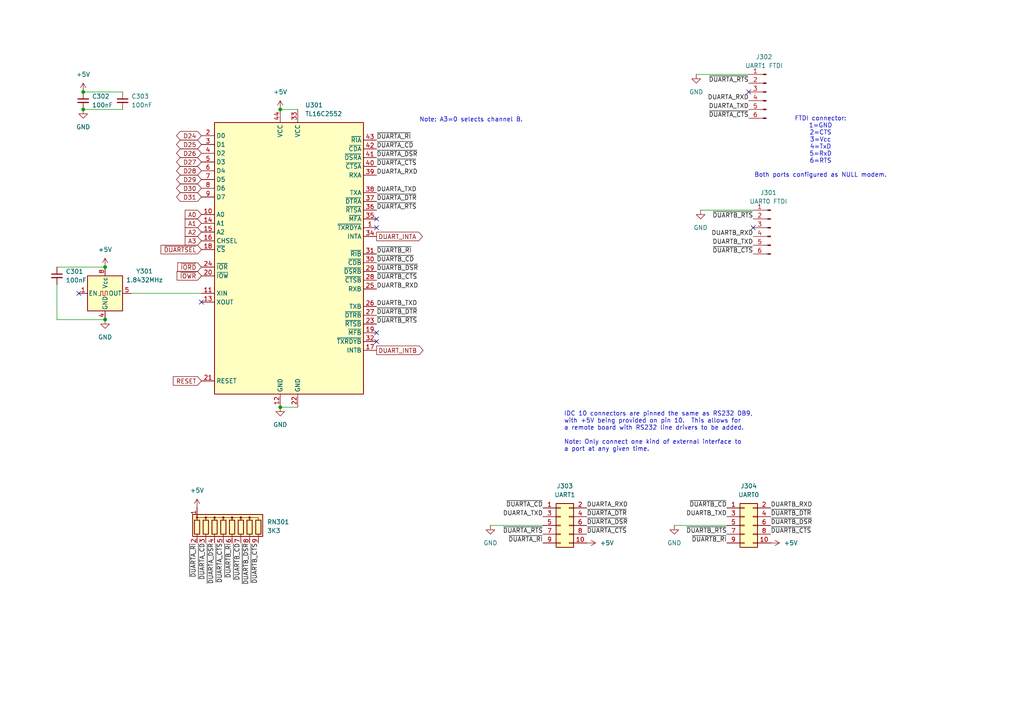
<source format=kicad_sch>
(kicad_sch (version 20250114) (generator "eeschema") (generator_version "9.0")
  (paper "A4")
  (lib_symbols
    (symbol "Connector:Conn_01x06_Pin" (pin_names (offset 1.016) (hide yes))
      (property "Reference" "J" (at 0 7.62 0))
      (property "Value" "Conn_01x06_Pin" (at 0 -10.16 0))
      (symbol "Conn_01x06_Pin_1_1"
        (rectangle (start 0.8636 5.207) (end 0 4.953) (stroke (width 0.1524)) (fill (type outline)))
        (rectangle (start 0.8636 2.667) (end 0 2.413) (stroke (width 0.1524)) (fill (type outline)))
        (rectangle (start 0.8636 0.127) (end 0 -0.127) (stroke (width 0.1524)) (fill (type outline)))
        (rectangle (start 0.8636 -2.413) (end 0 -2.667) (stroke (width 0.1524)) (fill (type outline)))
        (rectangle (start 0.8636 -4.953) (end 0 -5.207) (stroke (width 0.1524)) (fill (type outline)))
        (rectangle (start 0.8636 -7.493) (end 0 -7.747) (stroke (width 0.1524)) (fill (type outline)))
        (polyline (pts (xy 1.27 5.08) (xy 0.8636 5.08)) (stroke (width 0.1524)))
        (polyline (pts (xy 1.27 2.54) (xy 0.8636 2.54)) (stroke (width 0.1524)))
        (polyline (pts (xy 1.27 0) (xy 0.8636 0)) (stroke (width 0.1524)))
        (polyline (pts (xy 1.27 -2.54) (xy 0.8636 -2.54)) (stroke (width 0.1524)))
        (polyline (pts (xy 1.27 -5.08) (xy 0.8636 -5.08)) (stroke (width 0.1524)))
        (polyline (pts (xy 1.27 -7.62) (xy 0.8636 -7.62)) (stroke (width 0.1524)))
        (pin passive line (at 5.08 5.08 180) (length 3.81) (name "Pin_1") (number "1"))
        (pin passive line (at 5.08 2.54 180) (length 3.81) (name "Pin_2") (number "2"))
        (pin passive line (at 5.08 0 180) (length 3.81) (name "Pin_3") (number "3"))
        (pin passive line (at 5.08 -2.54 180) (length 3.81) (name "Pin_4") (number "4"))
        (pin passive line (at 5.08 -5.08 180) (length 3.81) (name "Pin_5") (number "5"))
        (pin passive line (at 5.08 -7.62 180) (length 3.81) (name "Pin_6") (number "6"))
      )
    )
    (symbol "Connector_Generic:Conn_02x05_Odd_Even" (pin_names (offset 1.016) (hide yes))
      (property "Reference" "J" (at 1.27 7.62 0))
      (property "Value" "Conn_02x05_Odd_Even" (at 1.27 -7.62 0))
      (symbol "Conn_02x05_Odd_Even_1_1"
        (rectangle (start -1.27 6.35) (end 3.81 -6.35) (stroke (width 0.254)) (fill (type background)))
        (rectangle (start -1.27 5.207) (end 0 4.953) (stroke (width 0.1524)))
        (rectangle (start -1.27 2.667) (end 0 2.413) (stroke (width 0.1524)))
        (rectangle (start -1.27 0.127) (end 0 -0.127) (stroke (width 0.1524)))
        (rectangle (start -1.27 -2.413) (end 0 -2.667) (stroke (width 0.1524)))
        (rectangle (start -1.27 -4.953) (end 0 -5.207) (stroke (width 0.1524)))
        (rectangle (start 3.81 5.207) (end 2.54 4.953) (stroke (width 0.1524)))
        (rectangle (start 3.81 2.667) (end 2.54 2.413) (stroke (width 0.1524)))
        (rectangle (start 3.81 0.127) (end 2.54 -0.127) (stroke (width 0.1524)))
        (rectangle (start 3.81 -2.413) (end 2.54 -2.667) (stroke (width 0.1524)))
        (rectangle (start 3.81 -4.953) (end 2.54 -5.207) (stroke (width 0.1524)))
        (pin passive line (at -5.08 5.08 0) (length 3.81) (name "Pin_1") (number "1"))
        (pin passive line (at -5.08 2.54 0) (length 3.81) (name "Pin_3") (number "3"))
        (pin passive line (at -5.08 0 0) (length 3.81) (name "Pin_5") (number "5"))
        (pin passive line (at -5.08 -2.54 0) (length 3.81) (name "Pin_7") (number "7"))
        (pin passive line (at -5.08 -5.08 0) (length 3.81) (name "Pin_9") (number "9"))
        (pin passive line (at 7.62 5.08 180) (length 3.81) (name "Pin_2") (number "2"))
        (pin passive line (at 7.62 2.54 180) (length 3.81) (name "Pin_4") (number "4"))
        (pin passive line (at 7.62 0 180) (length 3.81) (name "Pin_6") (number "6"))
        (pin passive line (at 7.62 -2.54 180) (length 3.81) (name "Pin_8") (number "8"))
        (pin passive line (at 7.62 -5.08 180) (length 3.81) (name "Pin_10") (number "10"))
      )
    )
    (symbol "Device:C_Small" (pin_numbers (hide yes)) (pin_names (offset 0.254) (hide yes))
      (property "Reference" "C" (at 0.254 1.778 0))
      (property "Value" "C_Small" (at 0.254 -2.032 0))
      (symbol "C_Small_0_1"
        (polyline (pts (xy -1.524 0.508) (xy 1.524 0.508)) (stroke (width 0.3048)))
        (polyline (pts (xy -1.524 -0.508) (xy 1.524 -0.508)) (stroke (width 0.3302)))
      )
      (symbol "C_Small_1_1"
        (pin passive line (at 0 2.54 270) (length 2.032) (name "~") (number "1"))
        (pin passive line (at 0 -2.54 90) (length 2.032) (name "~") (number "2"))
      )
    )
    (symbol "Device:R_Network08" (pin_names (offset 0) (hide yes))
      (property "Reference" "RN" (at -12.7 0 90))
      (property "Value" "R_Network08" (at 10.16 0 90))
      (symbol "R_Network08_0_1"
        (rectangle (start -11.43 -3.175) (end 8.89 3.175) (stroke (width 0.254)) (fill (type background)))
        (rectangle (start -10.922 1.524) (end -9.398 -2.54) (stroke (width 0.254)))
        (circle (center -10.16 2.286) (radius 0.254) (fill (type outline)))
        (polyline (pts (xy -10.16 1.524) (xy -10.16 2.286) (xy -7.62 2.286) (xy -7.62 1.524)))
        (polyline (pts (xy -10.16 -2.54) (xy -10.16 -3.81)))
        (rectangle (start -8.382 1.524) (end -6.858 -2.54) (stroke (width 0.254)))
        (circle (center -7.62 2.286) (radius 0.254) (fill (type outline)))
        (polyline (pts (xy -7.62 1.524) (xy -7.62 2.286) (xy -5.08 2.286) (xy -5.08 1.524)))
        (polyline (pts (xy -7.62 -2.54) (xy -7.62 -3.81)))
        (rectangle (start -5.842 1.524) (end -4.318 -2.54) (stroke (width 0.254)))
        (circle (center -5.08 2.286) (radius 0.254) (fill (type outline)))
        (polyline (pts (xy -5.08 1.524) (xy -5.08 2.286) (xy -2.54 2.286) (xy -2.54 1.524)))
        (polyline (pts (xy -5.08 -2.54) (xy -5.08 -3.81)))
        (rectangle (start -3.302 1.524) (end -1.778 -2.54) (stroke (width 0.254)))
        (circle (center -2.54 2.286) (radius 0.254) (fill (type outline)))
        (polyline (pts (xy -2.54 1.524) (xy -2.54 2.286) (xy 0 2.286) (xy 0 1.524)))
        (polyline (pts (xy -2.54 -2.54) (xy -2.54 -3.81)))
        (rectangle (start -0.762 1.524) (end 0.762 -2.54) (stroke (width 0.254)))
        (circle (center 0 2.286) (radius 0.254) (fill (type outline)))
        (polyline (pts (xy 0 1.524) (xy 0 2.286) (xy 2.54 2.286) (xy 2.54 1.524)))
        (polyline (pts (xy 0 -2.54) (xy 0 -3.81)))
        (rectangle (start 1.778 1.524) (end 3.302 -2.54) (stroke (width 0.254)))
        (circle (center 2.54 2.286) (radius 0.254) (fill (type outline)))
        (polyline (pts (xy 2.54 1.524) (xy 2.54 2.286) (xy 5.08 2.286) (xy 5.08 1.524)))
        (polyline (pts (xy 2.54 -2.54) (xy 2.54 -3.81)))
        (rectangle (start 4.318 1.524) (end 5.842 -2.54) (stroke (width 0.254)))
        (circle (center 5.08 2.286) (radius 0.254) (fill (type outline)))
        (polyline (pts (xy 5.08 1.524) (xy 5.08 2.286) (xy 7.62 2.286) (xy 7.62 1.524)))
        (polyline (pts (xy 5.08 -2.54) (xy 5.08 -3.81)))
        (rectangle (start 6.858 1.524) (end 8.382 -2.54) (stroke (width 0.254)))
        (polyline (pts (xy 7.62 -2.54) (xy 7.62 -3.81)))
      )
      (symbol "R_Network08_1_1"
        (pin passive line (at -10.16 5.08 270) (length 2.54) (name "common") (number "1"))
        (pin passive line (at -10.16 -5.08 90) (length 1.27) (name "R1") (number "2"))
        (pin passive line (at -7.62 -5.08 90) (length 1.27) (name "R2") (number "3"))
        (pin passive line (at -5.08 -5.08 90) (length 1.27) (name "R3") (number "4"))
        (pin passive line (at -2.54 -5.08 90) (length 1.27) (name "R4") (number "5"))
        (pin passive line (at 0 -5.08 90) (length 1.27) (name "R5") (number "6"))
        (pin passive line (at 2.54 -5.08 90) (length 1.27) (name "R6") (number "7"))
        (pin passive line (at 5.08 -5.08 90) (length 1.27) (name "R7") (number "8"))
        (pin passive line (at 7.62 -5.08 90) (length 1.27) (name "R8") (number "9"))
      )
    )
    (symbol "Oscillator:CXO_DIP8" (pin_names (offset 0.254))
      (property "Reference" "Y" (at -5.08 6.35 0))
      (property "Value" "CXO_DIP8" (at 1.27 -6.35 0))
      (symbol "CXO_DIP8_0_1"
        (rectangle (start -5.08 5.08) (end 5.08 -5.08) (stroke (width 0.254)) (fill (type background)))
        (polyline (pts (xy -1.905 -0.635) (xy -1.27 -0.635) (xy -1.27 0.635) (xy -0.635 0.635) (xy -0.635 -0.635) (xy 0 -0.635) (xy 0 0.635) (xy 0.635 0.635) (xy 0.635 -0.635)))
      )
      (symbol "CXO_DIP8_1_1"
        (pin input line (at -7.62 0 0) (length 2.54) (name "EN") (number "1"))
        (pin power_in line (at 0 7.62 270) (length 2.54) (name "Vcc") (number "8"))
        (pin power_in line (at 0 -7.62 90) (length 2.54) (name "GND") (number "4"))
        (pin output line (at 7.62 0 180) (length 2.54) (name "OUT") (number "5"))
      )
    )
    (symbol "jrt-ICs:TL16C2552"
      (property "Reference" "U" (at 8.89 50.8 0))
      (property "Value" "TL16C2552" (at 8.89 48.26 0))
      (symbol "TL16C2552_0_1"
        (rectangle (start -21.59 39.37) (end 21.59 -39.37) (stroke (width 0.254)) (fill (type background)))
      )
      (symbol "TL16C2552_1_1"
        (pin bidirectional line (at -25.4 35.56 0) (length 3.81) (name "D0") (number "2"))
        (pin bidirectional line (at -25.4 33.02 0) (length 3.81) (name "D1") (number "3"))
        (pin bidirectional line (at -25.4 30.48 0) (length 3.81) (name "D2") (number "4"))
        (pin bidirectional line (at -25.4 27.94 0) (length 3.81) (name "D3") (number "5"))
        (pin bidirectional line (at -25.4 25.4 0) (length 3.81) (name "D4") (number "6"))
        (pin bidirectional line (at -25.4 22.86 0) (length 3.81) (name "D5") (number "7"))
        (pin bidirectional line (at -25.4 20.32 0) (length 3.81) (name "D6") (number "8"))
        (pin bidirectional line (at -25.4 17.78 0) (length 3.81) (name "D7") (number "9"))
        (pin input line (at -25.4 12.7 0) (length 3.81) (name "A0") (number "10"))
        (pin input line (at -25.4 10.16 0) (length 3.81) (name "A1") (number "14"))
        (pin input line (at -25.4 7.62 0) (length 3.81) (name "A2") (number "15"))
        (pin input line (at -25.4 5.08 0) (length 3.81) (name "CHSEL") (number "16"))
        (pin input line (at -25.4 2.54 0) (length 3.81) (name "~{CS}") (number "18"))
        (pin input line (at -25.4 -2.54 0) (length 3.81) (name "~{IOR}") (number "24"))
        (pin input line (at -25.4 -5.08 0) (length 3.81) (name "~{IOW}") (number "20"))
        (pin input line (at -25.4 -10.16 0) (length 3.81) (name "XIN") (number "11"))
        (pin output line (at -25.4 -12.7 0) (length 3.81) (name "XOUT") (number "13"))
        (pin input line (at -25.4 -35.56 0) (length 3.81) (name "RESET") (number "21"))
        (pin power_in line (at -2.54 43.18 270) (length 3.81) (name "VCC") (number "44"))
        (pin power_in line (at -2.54 -43.18 90) (length 3.81) (name "GND") (number "12"))
        (pin power_in line (at 2.54 43.18 270) (length 3.81) (name "VCC") (number "33"))
        (pin power_in line (at 2.54 -43.18 90) (length 3.81) (name "GND") (number "22"))
        (pin input line (at 25.4 34.29 180) (length 3.81) (name "~{RIA}") (number "43"))
        (pin input line (at 25.4 31.75 180) (length 3.81) (name "~{CDA}") (number "42"))
        (pin input line (at 25.4 29.21 180) (length 3.81) (name "~{DSRA}") (number "41"))
        (pin input line (at 25.4 26.67 180) (length 3.81) (name "~{CTSA}") (number "40"))
        (pin input line (at 25.4 24.13 180) (length 3.81) (name "RXA") (number "39"))
        (pin output line (at 25.4 19.05 180) (length 3.81) (name "TXA") (number "38"))
        (pin output line (at 25.4 16.51 180) (length 3.81) (name "~{DTRA}") (number "37"))
        (pin output line (at 25.4 13.97 180) (length 3.81) (name "~{RTSA}") (number "36"))
        (pin output line (at 25.4 11.43 180) (length 3.81) (name "~{MFA}") (number "35"))
        (pin output line (at 25.4 8.89 180) (length 3.81) (name "~{TXRDYA}") (number "1"))
        (pin output line (at 25.4 6.35 180) (length 3.81) (name "INTA") (number "34"))
        (pin input line (at 25.4 1.27 180) (length 3.81) (name "~{RIB}") (number "31"))
        (pin input line (at 25.4 -1.27 180) (length 3.81) (name "~{CDB}") (number "30"))
        (pin input line (at 25.4 -3.81 180) (length 3.81) (name "~{DSRB}") (number "29"))
        (pin input line (at 25.4 -6.35 180) (length 3.81) (name "~{CTSB}") (number "28"))
        (pin input line (at 25.4 -8.89 180) (length 3.81) (name "RXB") (number "25"))
        (pin output line (at 25.4 -13.97 180) (length 3.81) (name "TXB") (number "26"))
        (pin output line (at 25.4 -16.51 180) (length 3.81) (name "~{DTRB}") (number "27"))
        (pin output line (at 25.4 -19.05 180) (length 3.81) (name "~{RTSB}") (number "23"))
        (pin output line (at 25.4 -21.59 180) (length 3.81) (name "~{MFB}") (number "19"))
        (pin output line (at 25.4 -24.13 180) (length 3.81) (name "~{TXRDYB}") (number "32"))
        (pin output line (at 25.4 -26.67 180) (length 3.81) (name "INTB") (number "17"))
      )
    )
    (symbol "power:+5V" (power) (pin_numbers (hide yes)) (pin_names (offset 0) (hide yes))
      (property "Value" "+5V" (at 0 3.556 0))
      (symbol "+5V_0_1"
        (polyline (pts (xy -0.762 1.27) (xy 0 2.54)))
        (polyline (pts (xy 0 2.54) (xy 0.762 1.27)))
        (polyline (pts (xy 0 0) (xy 0 2.54)))
      )
      (symbol "+5V_1_1"
        (pin power_in line (at 0 0 90) (length 0) (name "~") (number "1"))
      )
    )
    (symbol "power:GND" (power) (pin_numbers (hide yes)) (pin_names (offset 0) (hide yes))
      (property "Value" "GND" (at 0 -3.81 0))
      (symbol "GND_0_1"
        (polyline (pts (xy 0 0) (xy 0 -1.27) (xy 1.27 -1.27) (xy 0 -2.54) (xy -1.27 -1.27) (xy 0 -1.27)))
      )
      (symbol "GND_1_1"
        (pin power_in line (at 0 0 270) (length 0) (name "~") (number "1"))
      )
    )
  )
  (text "IDC 10 connectors are pinned the same as RS232 DB9,\nwith +5V being provided on pin 10.  This allows for\na remote board with RS232 line drivers to be added.\n\nNote: Only connect one kind of external interface to\na port at any given time." (at 163.576 125.222 0) (effects (font (size 1.27 1.27)) (justify left)))
  (text "FTDI connector:\n1=GND\n2=CTS\n3=Vcc\n4=TxD\n5=RxD\n6=RTS\n\nBoth ports configured as NULL modem." (at 237.998 42.672 0) (effects (font (size 1.27 1.27))))
  (text "Note: A3=0 selects channel B." (at 136.652 34.798 0) (effects (font (size 1.27 1.27))))
  (junction (at 24.13 31.75))
  (junction (at 24.13 26.67))
  (junction (at 30.48 92.71))
  (junction (at 81.28 118.11))
  (junction (at 30.48 77.47))
  (junction (at 81.28 31.75))
  (no_connect (at 58.42 87.63))
  (no_connect (at 217.17 26.67))
  (no_connect (at 109.22 66.04))
  (no_connect (at 218.44 66.04))
  (no_connect (at 109.22 96.52))
  (no_connect (at 109.22 99.06))
  (no_connect (at 109.22 63.5))
  (no_connect (at 22.86 85.09))
  (wire (pts (xy 203.2 60.96) (xy 218.44 60.96)))
  (wire (pts (xy 38.1 85.09) (xy 58.42 85.09)))
  (wire (pts (xy 16.51 77.47) (xy 30.48 77.47)))
  (wire (pts (xy 81.28 31.75) (xy 86.36 31.75)))
  (wire (pts (xy 142.24 152.4) (xy 157.48 152.4)))
  (wire (pts (xy 16.51 92.71) (xy 30.48 92.71)))
  (wire (pts (xy 16.51 82.55) (xy 16.51 92.71)))
  (wire (pts (xy 201.93 21.59) (xy 217.17 21.59)))
  (wire (pts (xy 24.13 31.75) (xy 35.56 31.75)))
  (wire (pts (xy 81.28 118.11) (xy 86.36 118.11)))
  (wire (pts (xy 24.13 26.67) (xy 35.56 26.67)))
  (wire (pts (xy 195.58 152.4) (xy 210.82 152.4)))
  (label "~{DUARTA_DSR}" (at 170.18 152.4 0))
  (label "~{DUARTA_RTS}" (at 217.17 24.13 180))
  (label "~{DUARTB_DSR}" (at 223.52 152.4 0))
  (label "~{DUARTB_CTS}" (at 218.44 73.66 180))
  (label "~{DUARTA_CTS}" (at 170.18 154.94 0))
  (label "~{DUARTB_RTS}" (at 218.44 63.5 180))
  (label "~{DUARTB_DTR}" (at 109.22 91.44 0))
  (label "~{DUARTA_DSR}" (at 62.23 157.48 270))
  (label "DUARTB_TXD" (at 210.82 149.86 180))
  (label "DUARTA_TXD" (at 217.17 31.75 180))
  (label "DUARTA_RXD" (at 170.18 147.32 0))
  (label "~{DUARTB_CD}" (at 210.82 147.32 180))
  (label "~{DUARTA_CD}" (at 157.48 147.32 180))
  (label "~{DUARTB_DSR}" (at 72.39 157.48 270))
  (label "~{DUARTA_DTR}" (at 170.18 149.86 0))
  (label "~{DUARTB_DSR}" (at 109.22 78.74 0))
  (label "DUARTA_RXD" (at 217.17 29.21 180))
  (label "DUARTB_RXD" (at 109.22 83.82 0))
  (label "DUARTB_TXD" (at 218.44 71.12 180))
  (label "~{DUARTA_CTS}" (at 64.77 157.48 270))
  (label "DUARTB_RXD" (at 218.44 68.58 180))
  (label "~{DUARTA_CD}" (at 109.22 43.18 0))
  (label "~{DUARTB_RI}" (at 109.22 73.66 0))
  (label "~{DUARTB_RI}" (at 67.31 157.48 270))
  (label "~{DUARTB_DTR}" (at 223.52 149.86 0))
  (label "~{DUARTA_RI}" (at 109.22 40.64 0))
  (label "~{DUARTA_RTS}" (at 109.22 60.96 0))
  (label "DUARTB_RXD" (at 223.52 147.32 0))
  (label "~{DUARTB_CTS}" (at 223.52 154.94 0))
  (label "~{DUARTB_CD}" (at 109.22 76.2 0))
  (label "~{DUARTA_RTS}" (at 157.48 154.94 180))
  (label "DUARTA_TXD" (at 157.48 149.86 180))
  (label "~{DUARTA_RI}" (at 157.48 157.48 180))
  (label "~{DUARTB_CTS}" (at 74.93 157.48 270))
  (label "~{DUARTA_RI}" (at 57.15 157.48 270))
  (label "DUARTB_TXD" (at 109.22 88.9 0))
  (label "~{DUARTA_CTS}" (at 217.17 34.29 180))
  (label "~{DUARTA_CD}" (at 59.69 157.48 270))
  (label "~{DUARTB_CD}" (at 69.85 157.48 270))
  (label "~{DUARTB_RI}" (at 210.82 157.48 180))
  (label "~{DUARTA_DSR}" (at 109.22 45.72 0))
  (label "DUARTA_RXD" (at 109.22 50.8 0))
  (label "~{DUARTA_CTS}" (at 109.22 48.26 0))
  (label "~{DUARTA_DTR}" (at 109.22 58.42 0))
  (label "~{DUARTB_RTS}" (at 109.22 93.98 0))
  (label "~{DUARTB_RTS}" (at 210.82 154.94 180))
  (label "~{DUARTB_CTS}" (at 109.22 81.28 0))
  (label "DUARTA_TXD" (at 109.22 55.88 0))
  (global_label "A3" (shape input) (at 58.42 69.85 180) (property "Intersheetrefs" "${INTERSHEET_REFS}" (effects (hide yes))))
  (global_label "DUART_INTA" (shape output) (at 109.22 68.58 0) (property "Intersheetrefs" "${INTERSHEET_REFS}" (effects (hide yes))))
  (global_label "RESET" (shape input) (at 58.42 110.49 180) (property "Intersheetrefs" "${INTERSHEET_REFS}" (effects (hide yes))))
  (global_label "~{IORD}" (shape input) (at 58.42 77.47 180) (property "Intersheetrefs" "${INTERSHEET_REFS}" (effects (hide yes))))
  (global_label "D26" (shape bidirectional) (at 58.42 44.45 180) (property "Intersheetrefs" "${INTERSHEET_REFS}" (effects (hide yes))))
  (global_label "A2" (shape input) (at 58.42 67.31 180) (property "Intersheetrefs" "${INTERSHEET_REFS}" (effects (hide yes))))
  (global_label "~{IOWR}" (shape input) (at 58.42 80.01 180) (property "Intersheetrefs" "${INTERSHEET_REFS}" (effects (hide yes))))
  (global_label "D29" (shape bidirectional) (at 58.42 52.07 180) (property "Intersheetrefs" "${INTERSHEET_REFS}" (effects (hide yes))))
  (global_label "D28" (shape bidirectional) (at 58.42 49.53 180) (property "Intersheetrefs" "${INTERSHEET_REFS}" (effects (hide yes))))
  (global_label "D24" (shape bidirectional) (at 58.42 39.37 180) (property "Intersheetrefs" "${INTERSHEET_REFS}" (effects (hide yes))))
  (global_label "D31" (shape bidirectional) (at 58.42 57.15 180) (property "Intersheetrefs" "${INTERSHEET_REFS}" (effects (hide yes))))
  (global_label "~{DUARTSEL}" (shape input) (at 58.42 72.39 180) (property "Intersheetrefs" "${INTERSHEET_REFS}" (effects (hide yes))))
  (global_label "A0" (shape input) (at 58.42 62.23 180) (property "Intersheetrefs" "${INTERSHEET_REFS}" (effects (hide yes))))
  (global_label "D27" (shape bidirectional) (at 58.42 46.99 180) (property "Intersheetrefs" "${INTERSHEET_REFS}" (effects (hide yes))))
  (global_label "D30" (shape bidirectional) (at 58.42 54.61 180) (property "Intersheetrefs" "${INTERSHEET_REFS}" (effects (hide yes))))
  (global_label "A1" (shape input) (at 58.42 64.77 180) (property "Intersheetrefs" "${INTERSHEET_REFS}" (effects (hide yes))))
  (global_label "D25" (shape bidirectional) (at 58.42 41.91 180) (property "Intersheetrefs" "${INTERSHEET_REFS}" (effects (hide yes))))
  (global_label "DUART_INTB" (shape output) (at 109.22 101.6 0) (property "Intersheetrefs" "${INTERSHEET_REFS}" (effects (hide yes))))
  (symbol (lib_id "jrt-ICs:TL16C2552") (at 83.82 74.93 0) (unit 1)
    (property "Reference" "U301" (at 88.5033 30.48 0) (effects (justify left)))
    (property "Value" "TL16C2552" (at 88.5033 33.02 0) (effects (justify left)))
    (property "Footprint" "Package_LCC:PLCC-44_THT-Socket" (effects (hide yes)))
    (property "Datasheet" "https://www.ti.com/lit/ds/symlink/tl16c2552.pdf" (effects (hide yes)))
    (property "Description" "Dual TL16C550-compatible UART" (effects (hide yes)))
  )
  (symbol (lib_id "Connector_Generic:Conn_02x05_Odd_Even") (at 162.56 152.4 0) (unit 1)
    (property "Reference" "J303" (at 163.83 140.97 0))
    (property "Value" "UART1" (at 163.83 143.51 0))
    (property "Footprint" "Connector_IDC:IDC-Header_2x05_P2.54mm_Vertical" (effects (hide yes)))
    (property "Description" "Generic connector, double row, 02x05, odd/even pin numbering scheme (row 1 odd numbers, row 2 even numbers), script generated (kicad-library-utils/schlib/autogen/connector/)" (effects (hide yes)))
  )
  (symbol (lib_id "power:GND") (at 81.28 118.11 0) (unit 1)
    (property "Reference" "#PWR0301" (effects (hide yes)))
    (property "Value" "GND" (at 81.28 123.19 0))
    (property "Description" "Power symbol creates a global label with name \"GND\" , ground" (effects (hide yes)))
  )
  (symbol (lib_id "power:+5V") (at 30.48 77.47 0) (unit 1)
    (property "Reference" "#PWR0310" (effects (hide yes)))
    (property "Value" "+5V" (at 30.48 72.39 0))
    (property "Description" "Power symbol creates a global label with name \"+5V\"" (effects (hide yes)))
  )
  (symbol (lib_id "power:GND") (at 24.13 31.75 0) (unit 1)
    (property "Reference" "#PWR0312" (effects (hide yes)))
    (property "Value" "GND" (at 24.13 36.83 0))
    (property "Description" "Power symbol creates a global label with name \"GND\" , ground" (effects (hide yes)))
  )
  (symbol (lib_id "power:GND") (at 201.93 21.59 0) (unit 1)
    (property "Reference" "#PWR0303" (effects (hide yes)))
    (property "Value" "GND" (at 201.93 26.67 0))
    (property "Description" "Power symbol creates a global label with name \"GND\" , ground" (effects (hide yes)))
  )
  (symbol (lib_id "Connector_Generic:Conn_02x05_Odd_Even") (at 215.9 152.4 0) (unit 1)
    (property "Reference" "J304" (at 217.17 140.97 0))
    (property "Value" "UART0" (at 217.17 143.51 0))
    (property "Footprint" "Connector_IDC:IDC-Header_2x05_P2.54mm_Vertical" (effects (hide yes)))
    (property "Description" "Generic connector, double row, 02x05, odd/even pin numbering scheme (row 1 odd numbers, row 2 even numbers), script generated (kicad-library-utils/schlib/autogen/connector/)" (effects (hide yes)))
  )
  (symbol (lib_id "Connector:Conn_01x06_Pin") (at 223.52 66.04 0) (mirror y) (unit 1)
    (property "Reference" "J301" (at 222.885 55.88 0))
    (property "Value" "UART0 FTDI" (at 222.885 58.42 0))
    (property "Footprint" "Connector_PinHeader_2.54mm:PinHeader_1x06_P2.54mm_Horizontal" (effects (hide yes)))
    (property "Description" "Generic connector, single row, 01x06, script generated" (effects (hide yes)))
  )
  (symbol (lib_id "power:+5V") (at 24.13 26.67 0) (unit 1)
    (property "Reference" "#PWR0313" (effects (hide yes)))
    (property "Value" "+5V" (at 24.13 21.59 0))
    (property "Description" "Power symbol creates a global label with name \"+5V\"" (effects (hide yes)))
  )
  (symbol (lib_id "power:+5V") (at 223.52 157.48 270) (unit 1)
    (property "Reference" "#PWR0308" (effects (hide yes)))
    (property "Value" "+5V" (at 227.33 157.4799 90) (effects (justify left)))
    (property "Description" "Power symbol creates a global label with name \"+5V\"" (effects (hide yes)))
  )
  (symbol (lib_id "power:GND") (at 203.2 60.96 0) (unit 1)
    (property "Reference" "#PWR0304" (effects (hide yes)))
    (property "Value" "GND" (at 203.2 66.04 0))
    (property "Description" "Power symbol creates a global label with name \"GND\" , ground" (effects (hide yes)))
  )
  (symbol (lib_id "Device:C_Small") (at 35.56 29.21 0) (unit 1)
    (property "Reference" "C303" (at 38.1 27.9462 0) (effects (justify left)))
    (property "Value" "100nF" (at 38.1 30.4862 0) (effects (justify left)))
    (property "Footprint" "Capacitor_SMD:C_0805_2012Metric" (effects (hide yes)))
    (property "Description" "Unpolarized capacitor, small symbol" (effects (hide yes)))
  )
  (symbol (lib_id "power:GND") (at 195.58 152.4 0) (unit 1)
    (property "Reference" "#PWR0307" (effects (hide yes)))
    (property "Value" "GND" (at 195.58 157.48 0))
    (property "Description" "Power symbol creates a global label with name \"GND\" , ground" (effects (hide yes)))
  )
  (symbol (lib_id "Connector:Conn_01x06_Pin") (at 222.25 26.67 0) (mirror y) (unit 1)
    (property "Reference" "J302" (at 221.615 16.51 0))
    (property "Value" "UART1 FTDI" (at 221.615 19.05 0))
    (property "Footprint" "Connector_PinHeader_2.54mm:PinHeader_1x06_P2.54mm_Horizontal" (effects (hide yes)))
    (property "Description" "Generic connector, single row, 01x06, script generated" (effects (hide yes)))
  )
  (symbol (lib_id "Device:C_Small") (at 24.13 29.21 0) (unit 1)
    (property "Reference" "C302" (at 26.67 27.9462 0) (effects (justify left)))
    (property "Value" "100nF" (at 26.67 30.4862 0) (effects (justify left)))
    (property "Footprint" "Capacitor_SMD:C_0805_2012Metric" (effects (hide yes)))
    (property "Description" "Unpolarized capacitor, small symbol" (effects (hide yes)))
  )
  (symbol (lib_id "power:GND") (at 30.48 92.71 0) (unit 1)
    (property "Reference" "#PWR0311" (effects (hide yes)))
    (property "Value" "GND" (at 30.48 97.79 0))
    (property "Description" "Power symbol creates a global label with name \"GND\" , ground" (effects (hide yes)))
  )
  (symbol (lib_id "power:+5V") (at 57.15 147.32 0) (unit 1)
    (property "Reference" "#PWR0309" (effects (hide yes)))
    (property "Value" "+5V" (at 57.15 142.24 0))
    (property "Description" "Power symbol creates a global label with name \"+5V\"" (effects (hide yes)))
  )
  (symbol (lib_id "Device:R_Network08") (at 67.31 152.4 0) (unit 1)
    (property "Reference" "RN301" (at 77.47 151.3839 0) (effects (justify left)))
    (property "Value" "3K3" (at 77.47 153.9239 0) (effects (justify left)))
    (property "Footprint" "Resistor_THT:R_Array_SIP9" (effects (hide yes)))
    (property "Datasheet" "http://www.vishay.com/docs/31509/csc.pdf" (effects (hide yes)))
    (property "Description" "8 resistor network, star topology, bussed resistors, small symbol" (effects (hide yes)))
  )
  (symbol (lib_id "power:+5V") (at 81.28 31.75 0) (unit 1)
    (property "Reference" "#PWR0302" (effects (hide yes)))
    (property "Value" "+5V" (at 81.28 26.67 0))
    (property "Description" "Power symbol creates a global label with name \"+5V\"" (effects (hide yes)))
  )
  (symbol (lib_id "power:GND") (at 142.24 152.4 0) (unit 1)
    (property "Reference" "#PWR0305" (effects (hide yes)))
    (property "Value" "GND" (at 142.24 157.48 0))
    (property "Description" "Power symbol creates a global label with name \"GND\" , ground" (effects (hide yes)))
  )
  (symbol (lib_id "Device:C_Small") (at 16.51 80.01 0) (unit 1)
    (property "Reference" "C301" (at 19.05 78.7462 0) (effects (justify left)))
    (property "Value" "100nF" (at 19.05 81.2862 0) (effects (justify left)))
    (property "Footprint" "Capacitor_SMD:C_0805_2012Metric" (effects (hide yes)))
    (property "Description" "Unpolarized capacitor, small symbol" (effects (hide yes)))
  )
  (symbol (lib_id "power:+5V") (at 170.18 157.48 270) (unit 1)
    (property "Reference" "#PWR0306" (effects (hide yes)))
    (property "Value" "+5V" (at 173.99 157.4799 90) (effects (justify left)))
    (property "Description" "Power symbol creates a global label with name \"+5V\"" (effects (hide yes)))
  )
  (symbol (lib_id "Oscillator:CXO_DIP8") (at 30.48 85.09 0) (unit 1)
    (property "Reference" "Y301" (at 41.91 78.6698 0))
    (property "Value" "1.8432MHz" (at 41.91 81.2098 0))
    (property "Footprint" "Oscillator:Oscillator_DIP-8" (effects (hide yes)))
    (property "Datasheet" "http://cdn-reichelt.de/documents/datenblatt/B400/OSZI.pdf" (effects (hide yes)))
    (property "Description" "Crystal Clock Oscillator, DIP8-style metal package" (effects (hide yes)))
    (property "Part" "MXO45HST-3C-1M8432" (effects (hide yes)))
  )
)
</source>
